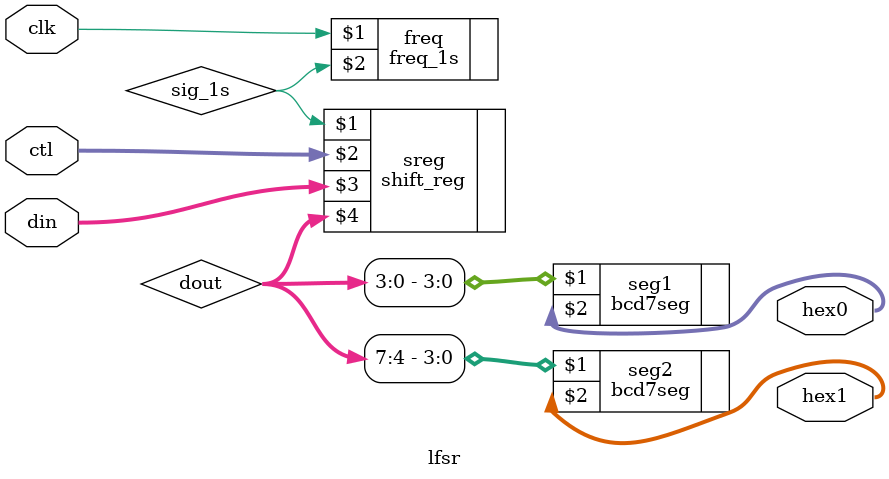
<source format=v>
module lfsr (
    input clk,
    input [2:0] ctl,
    input [7:0] din,
    output reg[6:0] hex0,
    output reg[6:0] hex1 
);
    reg sig_1s;
    freq_1s freq(clk, sig_1s);
    reg [7:0] dout;
    shift_reg #(8) sreg (sig_1s, ctl, din, dout);
    bcd7seg seg1 (dout[3:0], hex0);
    bcd7seg seg2 (dout[7:4], hex1);

endmodule
</source>
